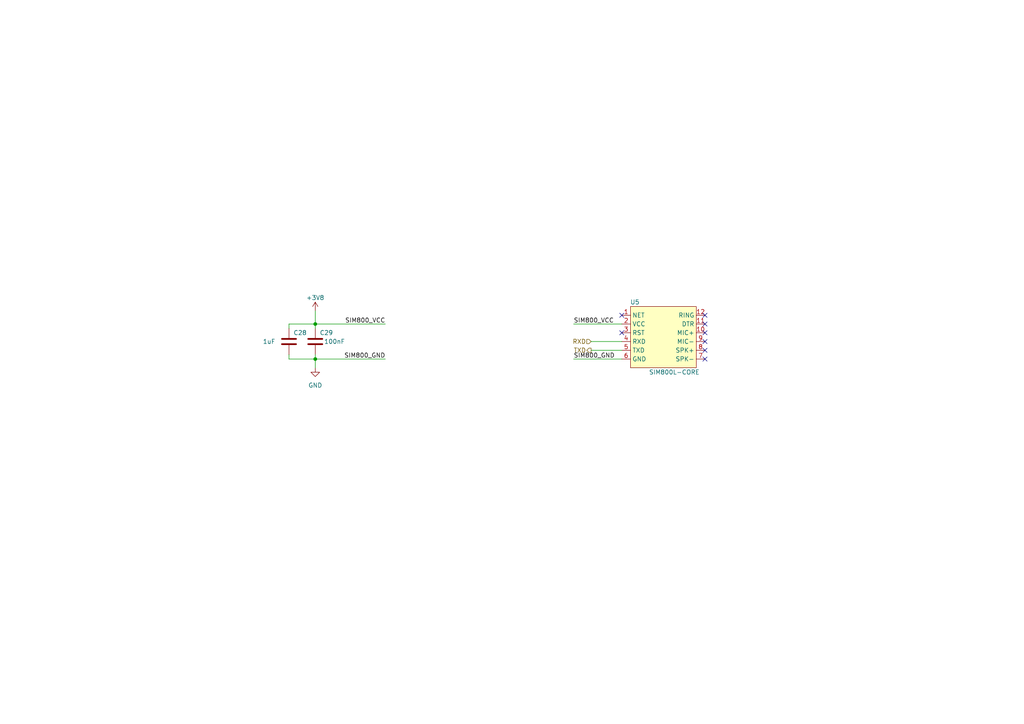
<source format=kicad_sch>
(kicad_sch (version 20230121) (generator eeschema)
  (paper "A4")
  (title_block (title "2023 Staj Projesi") (date "2023-07-24") (rev "1.0") (company "Hidro Elektronik") (comment 1 "Mehmet Emre SAYGI(2019513057@ogr.cu.edu.tr)") (comment 2 "Yilmaz Can DURAN(duranyilmazcan@gmail.com)") (comment 3 "Asli VEZIR(vezirasli@gmail.com)"))
  (lib_symbols
    (symbol "2023Staj:SIM800L-CORE"
      (property "Reference" "U" (at -7.62 8.89 0))
      (property "Value" "SIM800L-CORE" (at 0 -12.7 0))
      (symbol "SIM800L-CORE_0_1"
        (rectangle (start -8.89 7.62) (end 10.16 -10.16) (stroke (width 0.1524)) (fill (type background)))
      )
      (symbol "SIM800L-CORE_1_1"
        (pin bidirectional line (at -11.43 5.08 0) (length 2.54) (name "NET") (number "1"))
        (pin output line (at 12.7 0 180) (length 2.54) (name "MIC+") (number "10"))
        (pin passive line (at 12.7 2.54 180) (length 2.54) (name "DTR") (number "11"))
        (pin output line (at 12.7 5.08 180) (length 2.54) (name "RING") (number "12"))
        (pin power_in line (at -11.43 2.54 0) (length 2.54) (name "VCC") (number "2"))
        (pin input line (at -11.43 0 0) (length 2.54) (name "RST") (number "3"))
        (pin input line (at -11.43 -2.54 0) (length 2.54) (name "RXD") (number "4"))
        (pin output line (at -11.43 -5.08 0) (length 2.54) (name "TXD") (number "5"))
        (pin power_in line (at -11.43 -7.62 0) (length 2.54) (name "GND") (number "6"))
        (pin output line (at 12.7 -7.62 180) (length 2.54) (name "SPK-") (number "7"))
        (pin output line (at 12.7 -5.08 180) (length 2.54) (name "SPK+") (number "8"))
        (pin output line (at 12.7 -2.54 180) (length 2.54) (name "MIC-") (number "9"))
      )
    )
    (symbol "Device:C" (pin_numbers hide) (pin_names (offset 0.254))
      (property "Reference" "C" (at 0.635 2.54 0))
      (property "Value" "C" (at 0.635 -2.54 0))
      (symbol "C_0_1"
        (polyline (pts (xy -2.032 -0.762) (xy 2.032 -0.762)) (stroke (width 0.508)))
        (polyline (pts (xy -2.032 0.762) (xy 2.032 0.762)) (stroke (width 0.508)))
      )
      (symbol "C_1_1"
        (pin passive line (at 0 3.81 270) (length 2.794) (name "~") (number "1"))
        (pin passive line (at 0 -3.81 90) (length 2.794) (name "~") (number "2"))
      )
    )
    (symbol "power:+3V8" (power) (pin_names (offset 0))
      (property "Value" "+3V8" (at 0 3.556 0))
      (symbol "+3V8_0_1"
        (polyline (pts (xy -0.762 1.27) (xy 0 2.54)))
        (polyline (pts (xy 0 0) (xy 0 2.54)))
        (polyline (pts (xy 0 2.54) (xy 0.762 1.27)))
      )
      (symbol "+3V8_1_1"
        (pin power_in line (at 0 0 90) (length 0) hide (name "+3V8") (number "1"))
      )
    )
    (symbol "power:GND" (power) (pin_names (offset 0))
      (property "Value" "GND" (at 0 -3.81 0))
      (symbol "GND_0_1"
        (polyline (pts (xy 0 0) (xy 0 -1.27) (xy 1.27 -1.27) (xy 0 -2.54) (xy -1.27 -1.27) (xy 0 -1.27)))
      )
      (symbol "GND_1_1"
        (pin power_in line (at 0 0 270) (length 0) hide (name "GND") (number "1"))
      )
    )
  )
  (junction (at 91.44 93.98))
  (junction (at 91.44 104.14))
  (no_connect (at 204.47 91.44))
  (no_connect (at 180.34 96.52))
  (no_connect (at 204.47 93.98))
  (no_connect (at 204.47 104.14))
  (no_connect (at 204.47 99.06))
  (no_connect (at 204.47 96.52))
  (no_connect (at 204.47 101.6))
  (no_connect (at 180.34 91.44))
  (wire (pts (xy 83.82 104.14) (xy 91.44 104.14)))
  (wire (pts (xy 91.44 90.17) (xy 91.44 93.98)))
  (wire (pts (xy 166.37 104.14) (xy 180.34 104.14)))
  (wire (pts (xy 83.82 102.87) (xy 83.82 104.14)))
  (wire (pts (xy 171.45 101.6) (xy 180.34 101.6)))
  (wire (pts (xy 91.44 102.87) (xy 91.44 104.14)))
  (wire (pts (xy 83.82 93.98) (xy 83.82 95.25)))
  (wire (pts (xy 166.37 93.98) (xy 180.34 93.98)))
  (wire (pts (xy 111.76 93.98) (xy 91.44 93.98)))
  (wire (pts (xy 91.44 93.98) (xy 83.82 93.98)))
  (wire (pts (xy 91.44 104.14) (xy 111.76 104.14)))
  (wire (pts (xy 171.45 99.06) (xy 180.34 99.06)))
  (wire (pts (xy 91.44 93.98) (xy 91.44 95.25)))
  (wire (pts (xy 91.44 104.14) (xy 91.44 106.68)))
  (label "SIM800_VCC" (at 166.37 93.98 0))
  (label "SIM800_GND" (at 166.37 104.14 0))
  (label "SIM800_GND" (at 111.76 104.14 180))
  (label "SIM800_VCC" (at 111.76 93.98 180))
  (hierarchical_label "TXD" (shape output) (at 171.45 101.6 180))
  (hierarchical_label "RXD" (shape input) (at 171.45 99.06 180))
  (symbol (lib_id "power:+3V8") (at 91.44 90.17 0) (unit 1)
    (property "Reference" "#PWR036" (effects hide))
    (property "Value" "+3V8" (at 91.44 86.36 0))
  )
  (symbol (lib_id "Device:C") (at 91.44 99.06 0) (unit 1)
    (property "Reference" "C29" (at 92.71 96.52 0) (effects (justify left)))
    (property "Value" "100nF" (at 93.98 99.06 0) (effects (justify left)))
    (property "Footprint" "Capacitor_SMD:C_0603_1608Metric" (effects hide))
  )
  (symbol (lib_id "Device:C") (at 83.82 99.06 0) (unit 1)
    (property "Reference" "C28" (at 85.09 96.52 0) (effects (justify left)))
    (property "Value" "1uF" (at 76.2 99.06 0) (effects (justify left)))
    (property "Footprint" "Capacitor_SMD:C_0603_1608Metric" (effects hide))
  )
  (symbol (lib_id "2023Staj:SIM800L-CORE") (at 191.77 96.52 0) (unit 1)
    (property "Reference" "U5" (at 184.15 87.63 0))
    (property "Value" "SIM800L-CORE" (at 195.58 107.95 0))
    (property "Footprint" "2023Staj:SIM800L-CORE" (effects hide))
  )
  (symbol (lib_id "power:GND") (at 91.44 106.68 0) (unit 1)
    (property "Reference" "#PWR037" (effects hide))
    (property "Value" "GND" (at 91.44 111.76 0))
  )
)
</source>
